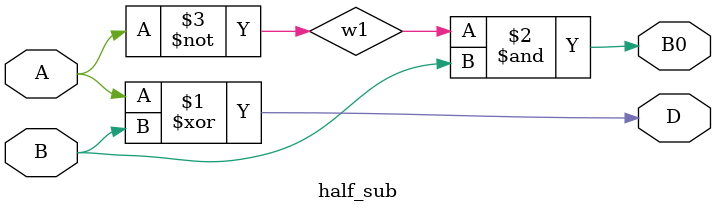
<source format=v>
module half_sub(D,B0,A,B);
input A,B;
output D,B0;
wire D,B0;
wire w1;
not(w1,A);
assign D = A^B;
assign B0 = w1 & B;
endmodule





</source>
